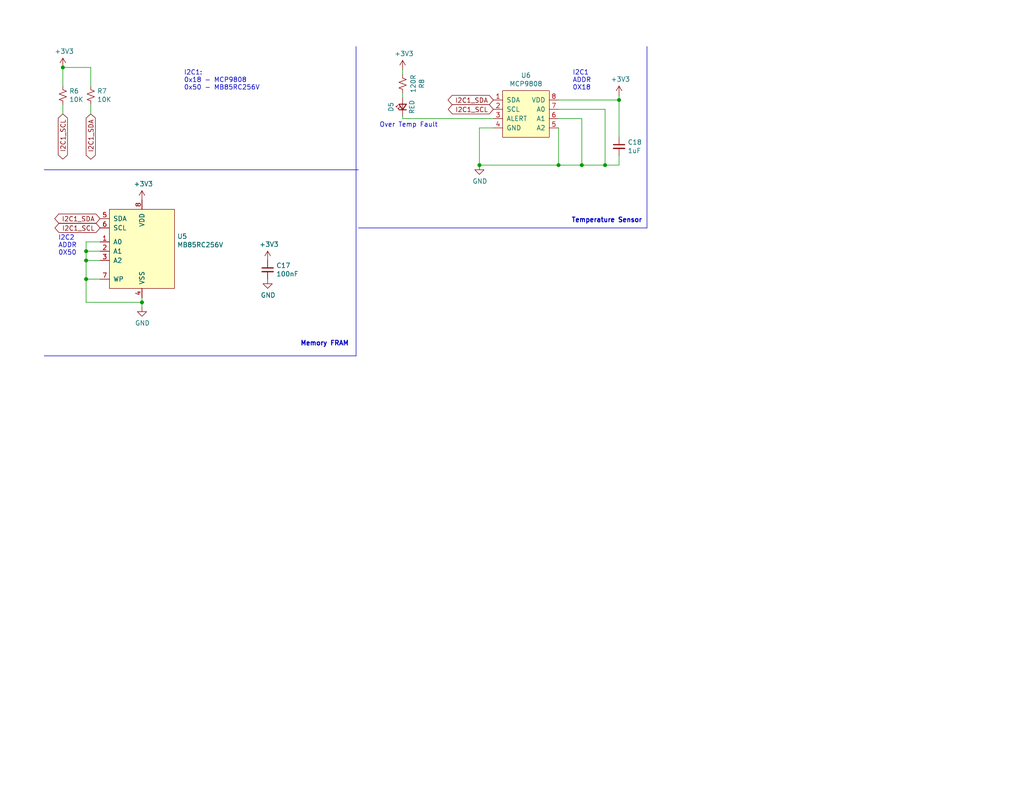
<source format=kicad_sch>
(kicad_sch (version 20250114) (generator "eeschema") (generator_version "9.0")
  (paper "USLetter")
  (title_block (title "dingoPDM") (date "2025-06-16") (rev "v7.5") (comment 3 "github.com/corygrant") (comment 4 "Cory Grant"))
  (lib_symbols
    (symbol "Device:C_Small" (pin_numbers (hide yes)) (pin_names (offset 0.254) (hide yes))
      (property "Reference" "C" (at 0.254 1.778 0))
      (property "Value" "C_Small" (at 0.254 -2.032 0))
      (symbol "C_Small_0_1"
        (polyline (pts (xy -1.524 0.508) (xy 1.524 0.508)) (stroke (width 0.3048)))
        (polyline (pts (xy -1.524 -0.508) (xy 1.524 -0.508)) (stroke (width 0.3302)))
      )
      (symbol "C_Small_1_1"
        (pin passive line (at 0 2.54 270) (length 2.032) (name "~") (number "1"))
        (pin passive line (at 0 -2.54 90) (length 2.032) (name "~") (number "2"))
      )
    )
    (symbol "Device:LED_Small" (pin_numbers (hide yes)) (pin_names (offset 0.254) (hide yes))
      (property "Reference" "D" (at -1.27 3.175 0))
      (property "Value" "LED_Small" (at -4.445 -2.54 0))
      (symbol "LED_Small_0_1"
        (polyline (pts (xy -0.762 -1.016) (xy -0.762 1.016)) (stroke (width 0.254)))
        (polyline (pts (xy 0 0.762) (xy -0.508 1.27) (xy -0.254 1.27) (xy -0.508 1.27) (xy -0.508 1.016)))
        (polyline (pts (xy 0.508 1.27) (xy 0 1.778) (xy 0.254 1.778) (xy 0 1.778) (xy 0 1.524)))
        (polyline (pts (xy 0.762 -1.016) (xy -0.762 0) (xy 0.762 1.016) (xy 0.762 -1.016)) (stroke (width 0.254)))
        (polyline (pts (xy 1.016 0) (xy -0.762 0)))
      )
      (symbol "LED_Small_1_1"
        (pin passive line (at -2.54 0 0) (length 1.778) (name "K") (number "1"))
        (pin passive line (at 2.54 0 180) (length 1.778) (name "A") (number "2"))
      )
    )
    (symbol "Device:R_Small_US" (pin_numbers (hide yes)) (pin_names (offset 0.254) (hide yes))
      (property "Reference" "R" (at 0.762 0.508 0))
      (property "Value" "R_Small_US" (at 0.762 -1.016 0))
      (symbol "R_Small_US_1_1"
        (polyline (pts (xy 0 1.524) (xy 1.016 1.143) (xy 0 0.762) (xy -1.016 0.381) (xy 0 0)))
        (polyline (pts (xy 0 0) (xy 1.016 -0.381) (xy 0 -0.762) (xy -1.016 -1.143) (xy 0 -1.524)))
        (pin passive line (at 0 2.54 270) (length 1.016) (name "~") (number "1"))
        (pin passive line (at 0 -2.54 90) (length 1.016) (name "~") (number "2"))
      )
    )
    (symbol "Memory_FRAM:MB85RC256V" (pin_names (offset 1.016))
      (property "Reference" "U" (at -7.62 12.7 0))
      (property "Value" "MB85RC256V" (at 7.62 -11.43 0))
      (symbol "MB85RC256V_0_1"
        (rectangle (start -8.89 11.43) (end 8.89 -10.16) (fill (type background)))
      )
      (symbol "MB85RC256V_1_1"
        (pin bidirectional line (at -11.43 8.89 0) (length 2.54) (name "SDA") (number "5"))
        (pin bidirectional line (at -11.43 6.35 0) (length 2.54) (name "SCL") (number "6"))
        (pin input line (at -11.43 2.54 0) (length 2.54) (name "A0") (number "1"))
        (pin input line (at -11.43 0 0) (length 2.54) (name "A1") (number "2"))
        (pin input line (at -11.43 -2.54 0) (length 2.54) (name "A2") (number "3"))
        (pin bidirectional line (at -11.43 -7.62 0) (length 2.54) (name "WP") (number "7"))
        (pin power_in line (at 0 13.97 270) (length 2.54) (name "VDD") (number "8"))
        (pin power_in line (at 0 -12.7 90) (length 2.54) (name "VSS") (number "4"))
      )
    )
    (symbol "Temp_Sensors:MCP9808" (pin_names (offset 1.016))
      (property "Reference" "U" (at -5.08 7.62 0))
      (property "Value" "MCP9808" (at 2.54 -7.62 0))
      (symbol "MCP9808_0_1"
        (rectangle (start -6.35 6.35) (end 6.35 -6.35) (fill (type background)))
      )
      (symbol "MCP9808_1_1"
        (pin bidirectional line (at -8.89 3.81 0) (length 2.54) (name "SDA") (number "1"))
        (pin bidirectional line (at -8.89 1.27 0) (length 2.54) (name "SCL") (number "2"))
        (pin output line (at -8.89 -1.27 0) (length 2.54) (name "ALERT") (number "3"))
        (pin power_in line (at -8.89 -3.81 0) (length 2.54) (name "GND") (number "4"))
        (pin power_in line (at 8.89 3.81 180) (length 2.54) (name "VDD") (number "8"))
        (pin input line (at 8.89 1.27 180) (length 2.54) (name "A0") (number "7"))
        (pin input line (at 8.89 -1.27 180) (length 2.54) (name "A1") (number "6"))
        (pin input line (at 8.89 -3.81 180) (length 2.54) (name "A2") (number "5"))
      )
    )
    (symbol "power:+3V3" (power) (pin_names (offset 0))
      (property "Value" "+3V3" (at 0 3.556 0))
      (symbol "+3V3_0_1"
        (polyline (pts (xy -0.762 1.27) (xy 0 2.54)))
        (polyline (pts (xy 0 2.54) (xy 0.762 1.27)))
        (polyline (pts (xy 0 0) (xy 0 2.54)))
      )
      (symbol "+3V3_1_1"
        (pin power_in line (at 0 0 90) (length 0) (hide yes) (name "+3V3") (number "1"))
      )
    )
    (symbol "power:GND" (power) (pin_names (offset 0))
      (property "Value" "GND" (at 0 -3.81 0))
      (symbol "GND_0_1"
        (polyline (pts (xy 0 0) (xy 0 -1.27) (xy 1.27 -1.27) (xy 0 -2.54) (xy -1.27 -1.27) (xy 0 -1.27)))
      )
      (symbol "GND_1_1"
        (pin power_in line (at 0 0 270) (length 0) (hide yes) (name "GND") (number "1"))
      )
    )
  )
  (text "I2C1\nADDR\n0X18" (at 156.21 24.765 0) (effects (font (size 1.27 1.27)) (justify left bottom)))
  (text "I2C2\nADDR\n0X50" (at 15.875 69.85 0) (effects (font (size 1.27 1.27)) (justify left bottom)))
  (text "Over Temp Fault" (at 103.505 34.925 0) (effects (font (size 1.27 1.27)) (justify left bottom)))
  (text "Temperature Sensor" (at 175.26 60.96 0) (effects (font (size 1.27 1.27) (thickness 0.254) (bold yes)) (justify right bottom)))
  (text "I2C1:\n0x18 - MCP9808\n0x50 - MB85RC256V\n" (at 50.165 24.765 0) (effects (font (size 1.27 1.27)) (justify left bottom)))
  (text "Memory FRAM" (at 95.25 94.615 0) (effects (font (size 1.27 1.27) (thickness 0.254) (bold yes)) (justify right bottom)))
  (junction (at 17.145 18.415))
  (junction (at 130.81 45.085))
  (junction (at 152.4 45.085))
  (junction (at 168.91 27.305))
  (junction (at 23.495 68.58))
  (junction (at 38.735 82.55))
  (junction (at 23.495 76.2))
  (junction (at 23.495 71.12))
  (junction (at 165.1 45.085))
  (junction (at 158.75 45.085))
  (wire (pts (xy 23.495 82.55) (xy 38.735 82.55)))
  (wire (pts (xy 109.855 19.05) (xy 109.855 20.32)))
  (wire (pts (xy 152.4 29.845) (xy 165.1 29.845)))
  (wire (pts (xy 152.4 32.385) (xy 158.75 32.385)))
  (wire (pts (xy 17.145 28.575) (xy 17.145 31.115)))
  (wire (pts (xy 17.145 23.495) (xy 17.145 18.415)))
  (wire (pts (xy 158.75 45.085) (xy 165.1 45.085)))
  (wire (pts (xy 23.495 71.12) (xy 23.495 76.2)))
  (wire (pts (xy 168.91 27.305) (xy 168.91 26.035)))
  (polyline (pts (xy 97.79 62.23) (xy 176.53 62.23)))
  (wire (pts (xy 130.81 45.085) (xy 152.4 45.085)))
  (polyline (pts (xy 97.155 12.7) (xy 97.155 97.155)))
  (wire (pts (xy 165.1 29.845) (xy 165.1 45.085)))
  (wire (pts (xy 27.305 71.12) (xy 23.495 71.12)))
  (wire (pts (xy 38.735 81.28) (xy 38.735 82.55)))
  (wire (pts (xy 23.495 76.2) (xy 23.495 82.55)))
  (wire (pts (xy 24.765 18.415) (xy 24.765 23.495)))
  (wire (pts (xy 27.305 76.2) (xy 23.495 76.2)))
  (wire (pts (xy 165.1 45.085) (xy 168.91 45.085)))
  (wire (pts (xy 27.305 66.04) (xy 23.495 66.04)))
  (polyline (pts (xy 97.155 97.155) (xy 12.065 97.155)))
  (wire (pts (xy 152.4 27.305) (xy 168.91 27.305)))
  (wire (pts (xy 152.4 34.925) (xy 152.4 45.085)))
  (wire (pts (xy 168.91 27.305) (xy 168.91 37.465)))
  (wire (pts (xy 109.855 25.4) (xy 109.855 26.67)))
  (wire (pts (xy 109.855 32.385) (xy 109.855 31.75)))
  (wire (pts (xy 23.495 68.58) (xy 23.495 71.12)))
  (wire (pts (xy 27.305 68.58) (xy 23.495 68.58)))
  (polyline (pts (xy 12.065 46.355) (xy 97.79 46.355)))
  (wire (pts (xy 134.62 34.925) (xy 130.81 34.925)))
  (wire (pts (xy 23.495 66.04) (xy 23.495 68.58)))
  (polyline (pts (xy 176.53 12.7) (xy 176.53 62.23)))
  (wire (pts (xy 168.91 45.085) (xy 168.91 42.545)))
  (wire (pts (xy 130.81 34.925) (xy 130.81 45.085)))
  (wire (pts (xy 152.4 45.085) (xy 158.75 45.085)))
  (wire (pts (xy 24.765 28.575) (xy 24.765 31.115)))
  (wire (pts (xy 17.145 18.415) (xy 24.765 18.415)))
  (wire (pts (xy 134.62 32.385) (xy 109.855 32.385)))
  (wire (pts (xy 38.735 82.55) (xy 38.735 83.82)))
  (wire (pts (xy 158.75 32.385) (xy 158.75 45.085)))
  (global_label "I2C1_SCL" (shape bidirectional) (at 27.305 62.23 180) (property "Intersheetrefs" "${INTERSHEET_REFS}" (effects (hide yes))))
  (global_label "I2C1_SCL" (shape bidirectional) (at 17.145 31.115 270) (property "Intersheetrefs" "${INTERSHEET_REFS}" (effects (hide yes))))
  (global_label "I2C1_SDA" (shape bidirectional) (at 27.305 59.69 180) (property "Intersheetrefs" "${INTERSHEET_REFS}" (effects (hide yes))))
  (global_label "I2C1_SDA" (shape bidirectional) (at 24.765 31.115 270) (property "Intersheetrefs" "${INTERSHEET_REFS}" (effects (hide yes))))
  (global_label "I2C1_SCL" (shape bidirectional) (at 134.62 29.845 180) (property "Intersheetrefs" "${INTERSHEET_REFS}" (effects (hide yes))))
  (global_label "I2C1_SDA" (shape bidirectional) (at 134.62 27.305 180) (property "Intersheetrefs" "${INTERSHEET_REFS}" (effects (hide yes))))
  (symbol (lib_id "Device:R_Small_US") (at 17.145 26.035 0) (unit 1)
    (property "Reference" "R6" (at 18.8722 24.8666 0) (effects (justify left)))
    (property "Value" "10K" (at 18.8722 27.178 0) (effects (justify left)))
    (property "Footprint" "Resistor_SMD:R_0805_2012Metric" (effects (hide yes)))
    (property "Digi-Key_PN" "311-10.0KCRDKR-ND" (effects (hide yes)))
    (property "LCSC" "C17414" (effects (hide yes)))
  )
  (symbol (lib_id "Device:R_Small_US") (at 24.765 26.035 0) (unit 1)
    (property "Reference" "R7" (at 26.4922 24.8666 0) (effects (justify left)))
    (property "Value" "10K" (at 26.4922 27.178 0) (effects (justify left)))
    (property "Footprint" "Resistor_SMD:R_0805_2012Metric" (effects (hide yes)))
    (property "Digi-Key_PN" "311-10.0KCRDKR-ND" (effects (hide yes)))
    (property "LCSC" "C17414" (effects (hide yes)))
  )
  (symbol (lib_id "power:+3V3") (at 17.145 18.415 0) (unit 1)
    (property "Reference" "#PWR037" (effects (hide yes)))
    (property "Value" "+3V3" (at 17.526 14.0208 0))
  )
  (symbol (lib_id "Memory_FRAM:MB85RC256V") (at 38.735 68.58 0) (unit 1)
    (property "Reference" "U5" (at 48.3362 64.5414 0) (effects (justify left)))
    (property "Value" "MB85RC256V" (at 48.3362 66.8528 0) (effects (justify left)))
    (property "Footprint" "Package_SO:SOIC-8_3.9x4.9mm_P1.27mm" (effects (hide yes)))
    (property "Digi-Key_PN" "865-1261-1-ND" (effects (hide yes)))
    (property "LCSC" "C47538" (effects (hide yes)))
  )
  (symbol (lib_id "power:+3V3") (at 38.735 54.61 0) (unit 1)
    (property "Reference" "#PWR039" (effects (hide yes)))
    (property "Value" "+3V3" (at 39.116 50.2158 0))
  )
  (symbol (lib_id "power:GND") (at 38.735 83.82 0) (unit 1)
    (property "Reference" "#PWR040" (effects (hide yes)))
    (property "Value" "GND" (at 38.862 88.2142 0))
  )
  (symbol (lib_id "Temp_Sensors:MCP9808") (at 143.51 31.115 0) (unit 1)
    (property "Reference" "U6" (at 143.51 20.574 0))
    (property "Value" "MCP9808" (at 143.51 22.8854 0))
    (property "Footprint" "Package_SO:MSOP-8_3x3mm_P0.65mm" (effects (hide yes)))
    (property "Digi-Key_PN" "MCP9808T-E/MSCT-ND" (effects (hide yes)))
    (property "LCSC" "C129490" (effects (hide yes)))
  )
  (symbol (lib_id "power:GND") (at 130.81 45.085 0) (unit 1)
    (property "Reference" "#PWR041" (effects (hide yes)))
    (property "Value" "GND" (at 130.937 49.4792 0))
  )
  (symbol (lib_id "power:+3V3") (at 168.91 26.035 0) (unit 1)
    (property "Reference" "#PWR044" (effects (hide yes)))
    (property "Value" "+3V3" (at 169.291 21.6408 0))
  )
  (symbol (lib_id "Device:C_Small") (at 168.91 40.005 0) (unit 1)
    (property "Reference" "C18" (at 171.2468 38.8366 0) (effects (justify left)))
    (property "Value" "1uF" (at 171.2468 41.148 0) (effects (justify left)))
    (property "Footprint" "Capacitor_SMD:C_0805_2012Metric" (effects (hide yes)))
    (property "Digi-Key_PN" "311-1365-1-ND" (effects (hide yes)))
    (property "LCSC" "C28323" (effects (hide yes)))
  )
  (symbol (lib_id "Device:C_Small") (at 73.025 73.66 0) (unit 1)
    (property "Reference" "C17" (at 75.3618 72.4916 0) (effects (justify left)))
    (property "Value" "100nF" (at 75.3618 74.803 0) (effects (justify left)))
    (property "Footprint" "Capacitor_SMD:C_0805_2012Metric" (effects (hide yes)))
    (property "Digi-Key_PN" "478-1395-1-ND" (effects (hide yes)))
    (property "LCSC" "C49678" (effects (hide yes)))
  )
  (symbol (lib_id "power:+3V3") (at 73.025 71.12 0) (unit 1)
    (property "Reference" "#PWR042" (effects (hide yes)))
    (property "Value" "+3V3" (at 73.406 66.7258 0))
  )
  (symbol (lib_id "power:GND") (at 73.025 76.2 0) (unit 1)
    (property "Reference" "#PWR043" (effects (hide yes)))
    (property "Value" "GND" (at 73.152 80.5942 0))
  )
  (symbol (lib_id "Device:LED_Small") (at 109.855 29.21 90) (unit 1)
    (property "Reference" "D5" (at 106.68 29.21 0))
    (property "Value" "RED" (at 112.395 29.21 0))
    (property "Footprint" "LED_SMD:LED_0805_2012Metric" (effects (hide yes)))
    (property "Digi-Key_PN" "475-1278-1-ND" (effects (hide yes)))
    (property "LCSC" "C2899997" (effects (hide yes)))
  )
  (symbol (lib_id "power:+3V3") (at 109.855 19.05 0) (unit 1)
    (property "Reference" "#PWR038" (effects (hide yes)))
    (property "Value" "+3V3" (at 110.236 14.6558 0))
  )
  (symbol (lib_id "Device:R_Small_US") (at 109.855 22.86 180) (unit 1)
    (property "Reference" "R8" (at 115.062 22.86 90))
    (property "Value" "120R" (at 112.7506 22.86 90))
    (property "Footprint" "Resistor_SMD:R_0805_2012Metric" (effects (hide yes)))
    (property "Digi-Key_PN" "311-120CRCT-ND" (effects (hide yes)))
    (property "LCSC" "C229076" (effects (hide yes)))
  )
)
</source>
